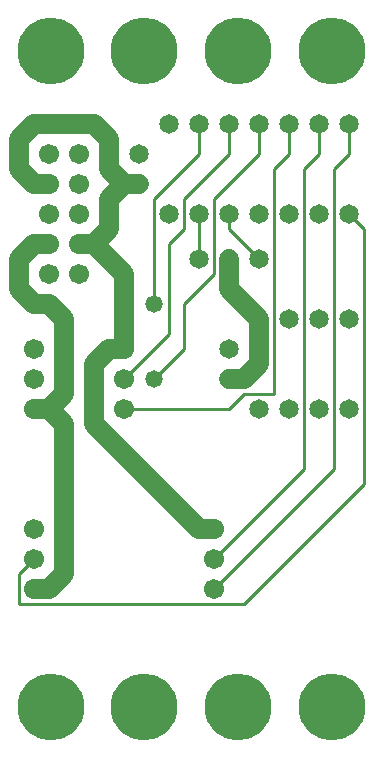
<source format=gtl>
%MOIN*%
%FSLAX25Y25*%
G04 D10 used for Character Trace; *
G04     Circle (OD=.01000) (No hole)*
G04 D11 used for Power Trace; *
G04     Circle (OD=.06500) (No hole)*
G04 D12 used for Signal Trace; *
G04     Circle (OD=.01100) (No hole)*
G04 D13 used for Via; *
G04     Circle (OD=.05800) (Round. Hole ID=.02800)*
G04 D14 used for Component hole; *
G04     Circle (OD=.06500) (Round. Hole ID=.03500)*
G04 D15 used for Component hole; *
G04     Circle (OD=.06700) (Round. Hole ID=.04300)*
G04 D16 used for Component hole; *
G04     Circle (OD=.08100) (Round. Hole ID=.05100)*
G04 D17 used for Component hole; *
G04     Circle (OD=.08900) (Round. Hole ID=.05900)*
G04 D18 used for Component hole; *
G04     Circle (OD=.11300) (Round. Hole ID=.08300)*
G04 D19 used for Component hole; *
G04     Circle (OD=.16000) (Round. Hole ID=.13000)*
G04 D20 used for Component hole; *
G04     Circle (OD=.18300) (Round. Hole ID=.15300)*
G04 D21 used for Component hole; *
G04     Circle (OD=.22291) (Round. Hole ID=.19291)*
%ADD10C,.01000*%
%ADD11C,.06500*%
%ADD12C,.01100*%
%ADD13C,.05800*%
%ADD14C,.06500*%
%ADD15C,.06700*%
%ADD16C,.08100*%
%ADD17C,.08900*%
%ADD18C,.11300*%
%ADD19C,.16000*%
%ADD20C,.18300*%
%ADD21C,.22291*%
%IPPOS*%
%LPD*%
G90*X0Y0D02*D21*X15625Y15625D03*X46875D03*D12*    
X5000Y50000D02*X80000D01*X120000Y90000D01*        
Y175000D01*X115000Y180000D01*D14*D03*X105000D03*  
D12*X100000Y95000D02*Y195000D01*X70000Y65000D02*  
X100000Y95000D01*D15*X70000Y65000D03*Y75000D03*   
D11*X65000D01*X30000Y110000D01*Y130000D01*        
X35000Y135000D01*X40000D01*D15*D03*D11*Y160000D01*
X30000Y170000D01*X25000D01*D15*D03*D11*X30000D02* 
X35000Y175000D01*Y185000D01*X40000Y190000D01*     
X45000D01*D14*D03*D12*X50000Y150000D02*Y185000D01*
D13*Y150000D03*D12*X60000Y135000D02*Y150000D01*   
X50000Y125000D02*X60000Y135000D01*D13*            
X50000Y125000D03*D15*X40000Y115000D03*D12*        
X75000D01*X80000Y120000D01*X90000D01*Y195000D01*  
X95000Y200000D01*Y210000D01*D14*D03*D12*          
X100000Y195000D02*X105000Y200000D01*Y210000D01*   
D14*D03*D12*X110000Y195000D02*X115000Y200000D01*  
X110000Y95000D02*Y195000D01*X70000Y55000D02*      
X110000Y95000D01*D15*X70000Y55000D03*D21*         
X109375Y15625D03*X78125D03*D11*X15000Y55000D02*   
X20000Y60000D01*X10000Y55000D02*X15000D01*D15*    
X10000D03*D12*X5000Y50000D02*Y60000D01*           
X10000Y65000D01*D15*D03*D11*X20000Y60000D02*      
Y110000D01*X15000Y115000D01*X10000D01*D15*D03*D11*
X15000D02*X20000Y120000D01*Y145000D01*            
X15000Y150000D01*X10000D01*X5000Y155000D01*       
Y165000D01*X10000Y170000D01*X15000D01*D15*D03*    
X25000Y160000D03*Y180000D03*X15000D03*Y160000D03* 
X25000Y190000D03*X15000D03*D11*X10000D01*         
X5000Y195000D01*Y205000D01*X10000Y210000D01*      
X30000D01*X35000Y205000D01*Y195000D01*            
X40000Y190000D01*D12*X50000Y185000D02*            
X65000Y200000D01*Y210000D01*D14*D03*D12*          
X60000Y185000D02*X75000Y200000D01*                
X60000Y175000D02*Y185000D01*X55000Y170000D02*     
X60000Y175000D01*X55000Y140000D02*Y170000D01*     
X40000Y125000D02*X55000Y140000D01*D15*            
X40000Y125000D03*D12*X60000Y150000D02*            
X70000Y160000D01*Y185000D01*X85000Y200000D01*     
Y210000D01*D14*D03*D12*X75000Y200000D02*          
Y210000D01*D14*D03*X55000D03*D21*X78125Y234375D03*
X46875D03*D14*X55000Y180000D03*X65000D03*D12*     
Y165000D01*D14*D03*D11*X85000Y145000D02*          
X75000Y155000D01*D14*X85000Y145000D03*D11*        
Y130000D01*X80000Y125000D01*X75000D01*D14*D03*    
X85000Y115000D03*X75000Y135000D03*                
X95000Y145000D03*Y115000D03*X105000D03*D11*       
X75000Y155000D02*Y165000D01*D14*D03*X85000D03*D12*
X75000Y175000D01*Y180000D01*D14*D03*X85000D03*    
X95000D03*X45000Y200000D03*X105000Y145000D03*     
X115000D03*D12*Y200000D02*Y210000D01*D14*D03*D21* 
X109375Y234375D03*D15*X25000Y200000D03*D14*       
X115000Y115000D03*D21*X15625Y234375D03*D15*       
X15000Y200000D03*X10000Y135000D03*Y125000D03*     
Y75000D03*M02*                                    

</source>
